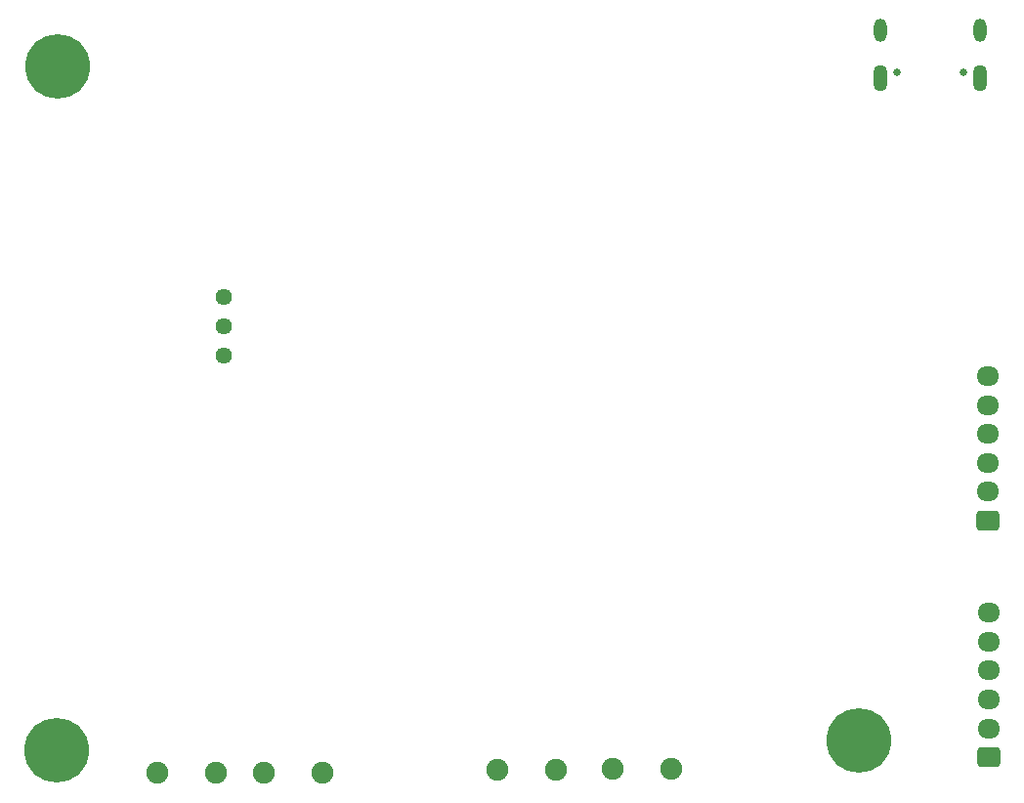
<source format=gbr>
%TF.GenerationSoftware,KiCad,Pcbnew,9.0.6*%
%TF.CreationDate,2025-12-31T13:47:15+11:00*%
%TF.ProjectId,ShutterRetroFit,53687574-7465-4725-9265-74726f466974,rev?*%
%TF.SameCoordinates,Original*%
%TF.FileFunction,Soldermask,Bot*%
%TF.FilePolarity,Negative*%
%FSLAX46Y46*%
G04 Gerber Fmt 4.6, Leading zero omitted, Abs format (unit mm)*
G04 Created by KiCad (PCBNEW 9.0.6) date 2025-12-31 13:47:15*
%MOMM*%
%LPD*%
G01*
G04 APERTURE LIST*
G04 Aperture macros list*
%AMRoundRect*
0 Rectangle with rounded corners*
0 $1 Rounding radius*
0 $2 $3 $4 $5 $6 $7 $8 $9 X,Y pos of 4 corners*
0 Add a 4 corners polygon primitive as box body*
4,1,4,$2,$3,$4,$5,$6,$7,$8,$9,$2,$3,0*
0 Add four circle primitives for the rounded corners*
1,1,$1+$1,$2,$3*
1,1,$1+$1,$4,$5*
1,1,$1+$1,$6,$7*
1,1,$1+$1,$8,$9*
0 Add four rect primitives between the rounded corners*
20,1,$1+$1,$2,$3,$4,$5,0*
20,1,$1+$1,$4,$5,$6,$7,0*
20,1,$1+$1,$6,$7,$8,$9,0*
20,1,$1+$1,$8,$9,$2,$3,0*%
G04 Aperture macros list end*
%ADD10C,1.905000*%
%ADD11C,5.600000*%
%ADD12RoundRect,0.250000X0.725000X-0.600000X0.725000X0.600000X-0.725000X0.600000X-0.725000X-0.600000X0*%
%ADD13O,1.950000X1.700000*%
%ADD14C,0.650000*%
%ADD15O,1.254000X2.304000*%
%ADD16O,1.104000X2.004000*%
%ADD17C,1.440000*%
G04 APERTURE END LIST*
D10*
%TO.C,J8*%
X146540000Y-134000000D03*
X141460000Y-134000000D03*
%TD*%
%TO.C,J7*%
X136550000Y-134100000D03*
X131470000Y-134100000D03*
%TD*%
D11*
%TO.C,H1*%
X93400000Y-73150000D03*
%TD*%
D12*
%TO.C,J5*%
X174050000Y-133000000D03*
D13*
X174050000Y-130500000D03*
X174050000Y-128000000D03*
X174050000Y-125500000D03*
X174050000Y-123000000D03*
X174050000Y-120500000D03*
%TD*%
D14*
%TO.C,J1*%
X171904000Y-73688000D03*
X166124000Y-73688000D03*
D15*
X173334000Y-74188000D03*
X164694000Y-74188000D03*
D16*
X173334000Y-70008000D03*
X164694000Y-70008000D03*
%TD*%
D11*
%TO.C,H3*%
X162814000Y-131572000D03*
%TD*%
D10*
%TO.C,J6*%
X111252000Y-134366000D03*
X116332000Y-134366000D03*
%TD*%
%TO.C,J3*%
X102002000Y-134366000D03*
X107082000Y-134366000D03*
%TD*%
D17*
%TO.C,RV1*%
X107775000Y-98225000D03*
X107775000Y-95685000D03*
X107775000Y-93145000D03*
%TD*%
D11*
%TO.C,H2*%
X93300000Y-132400000D03*
%TD*%
D12*
%TO.C,J2*%
X174000000Y-112500000D03*
D13*
X174000000Y-110000000D03*
X174000000Y-107500000D03*
X174000000Y-105000000D03*
X174000000Y-102500000D03*
X174000000Y-100000000D03*
%TD*%
M02*

</source>
